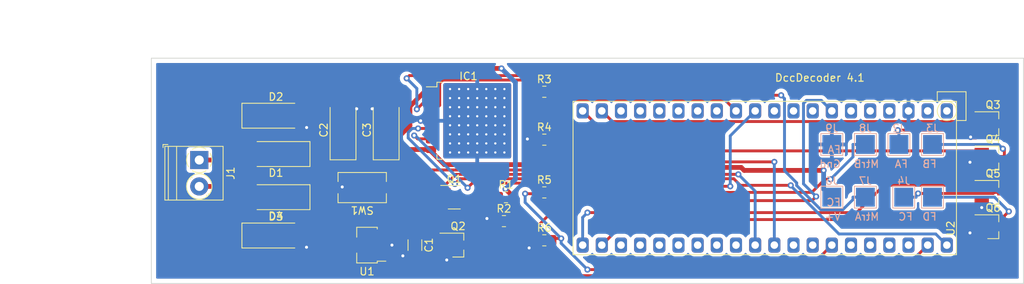
<source format=kicad_pcb>
(kicad_pcb (version 20221018) (generator pcbnew)
  (layers (0 "F.Cu" signal) (31 "B.Cu" signal) (34 "B.Paste" user) (35 "F.Paste" user) (36 "B.SilkS" user "B.Silkscreen") (37 "F.SilkS" user "F.Silkscreen") (38 "B.Mask" user) (39 "F.Mask" user) (44 "Edge.Cuts" user))
  (net 0 "")
  (net 1 "/+3V3")
  (net 2 "GND")
  (net 3 "+V")
  (net 4 "/DCC1")
  (net 5 "/DCC2")
  (net 6 "Net-(J3-Pin_1)")
  (net 7 "Net-(J4-Pin_1)")
  (net 8 "Net-(J5-Pin_1)")
  (net 9 "/MOTOR_OUT_A")
  (net 10 "/MOTOR_OUT_B")
  (net 11 "Net-(U2-VBUS)")
  (net 12 "/VSYS")
  (net 13 "Net-(Q2-G)")
  (net 14 "PWM_F")
  (net 15 "PWM_R")
  (net 16 "DCC_IN")
  (net 17 "FUNC_A")
  (net 18 "FUNC_B")
  (net 19 "/ADC_EMF_A")
  (net 20 "FUNC_C")
  (net 21 "Net-(U2-RUN)")
  (net 27 "FUNC_D")
  (net 31 "ADC_EMF_B")
  (net 51 "Net-(J2-Pin_1)")
  (footprint "Capacitor_SMD:C_1206_3216Metric_Pad1.33x1.80mm_HandSolder" (layer "F.Cu") (at 123.825 113.665 -90)
    (fp_text reference "C1" (at 0 -1.85 90) (layer "F.SilkS"))
    (fp_text value "10uf/16V")
    (pad "1" smd roundrect (at -1.5625 0 270) (size 1.325 1.8) (layers "F.Cu" "F.Paste" "F.Mask") (roundrect_rratio 0.1886792453) (net 1 "/+3V3"))
    (pad "2" smd roundrect (at 1.5625 0 270) (size 1.325 1.8) (layers "F.Cu" "F.Paste" "F.Mask") (roundrect_rratio 0.1886792453) (net 2 "GND"))
  )
  (footprint "Package_TO_SOT_SMD:SOT-23_Handsoldering" (layer "F.Cu") (at 200.43 106.68)
    (fp_text reference "Q5" (at 0 -2.5) (layer "F.SilkS"))
    (fp_text value "2N7002BK")
    (pad "1" smd rect (at -1.5 -0.95) (size 1.9 0.8) (layers "F.Cu" "F.Paste" "F.Mask") (net 20 "FUNC_C"))
    (pad "2" smd rect (at -1.5 0.95) (size 1.9 0.8) (layers "F.Cu" "F.Paste" "F.Mask") (net 2 "GND"))
    (pad "3" smd rect (at 1.5 0) (size 1.9 0.8) (layers "F.Cu" "F.Paste" "F.Mask") (net 7 "Net-(J4-Pin_1)"))
  )
  (footprint "Capacitor_Tantalum_SMD:CP_EIA-6032-20_AVX-F_Pad2.25x2.35mm_HandSolder" (layer "F.Cu") (at 114.3 98.425 90)
    (fp_text reference "C2" (at 0 -2.55 90) (layer "F.SilkS"))
    (fp_text value "10uF/25V")
    (pad "1" smd roundrect (at -2.55 0 90) (size 2.25 2.35) (layers "F.Cu" "F.Paste" "F.Mask") (roundrect_rratio 0.1111111111) (net 3 "+V"))
    (pad "2" smd roundrect (at 2.55 0 90) (size 2.25 2.35) (layers "F.Cu" "F.Paste" "F.Mask") (roundrect_rratio 0.1111111111) (net 2 "GND"))
  )
  (footprint "Resistor_SMD:R_0805_2012Metric_Pad1.20x1.40mm_HandSolder" (layer "F.Cu") (at 140.97 93.345)
    (fp_text reference "R3" (at 0 -1.65) (layer "F.SilkS"))
    (fp_text value "6k8")
    (pad "1" smd roundrect (at -1 0) (size 1.2 1.4) (layers "F.Cu" "F.Paste" "F.Mask") (roundrect_rratio 0.2083333333) (net 19 "/ADC_EMF_A"))
    (pad "2" smd roundrect (at 1 0) (size 1.2 1.4) (layers "F.Cu" "F.Paste" "F.Mask") (roundrect_rratio 0.2083333333) (net 9 "/MOTOR_OUT_A"))
  )
  (footprint "Package_TO_SOT_SMD:SOT-23-3" (layer "F.Cu") (at 129.0375 107.315)
    (fp_text reference "Q1" (at 0 -2.4) (layer "F.SilkS"))
    (fp_text value "DMG2305UX-7")
    (pad "1" smd roundrect (at -1.1375 -0.95) (size 1.325 0.6) (layers "F.Cu" "F.Paste" "F.Mask") (net 11 "Net-(U2-VBUS)"))
    (pad "2" smd roundrect (at -1.1375 0.95) (size 1.325 0.6) (layers "F.Cu" "F.Paste" "F.Mask") (net 12 "/VSYS"))
    (pad "3" smd roundrect (at 1.1375 0) (size 1.325 0.6) (layers "F.Cu" "F.Paste" "F.Mask") (net 1 "/+3V3"))
  )
  (footprint "Diode_SMD:D_SMA_Handsoldering" (layer "F.Cu") (at 105.41 96.52)
    (fp_text reference "D2" (at 0 -2.5) (layer "F.SilkS"))
    (fp_text value "RBR3L60AD")
    (pad "1" smd roundrect (at -2.5 0) (size 3.5 1.8) (layers "F.Cu" "F.Paste" "F.Mask") (roundrect_rratio 0.1388888889) (net 4 "/DCC1"))
    (pad "2" smd roundrect (at 2.5 0) (size 3.5 1.8) (layers "F.Cu" "F.Paste" "F.Mask") (roundrect_rratio 0.1388888889) (net 2 "GND"))
  )
  (footprint "Resistor_SMD:R_0805_2012Metric_Pad1.20x1.40mm_HandSolder" (layer "F.Cu") (at 140.97 106.68)
    (fp_text reference "R5" (at 0 -1.65) (layer "F.SilkS"))
    (fp_text value "6k8")
    (pad "1" smd roundrect (at -1 0) (size 1.2 1.4) (layers "F.Cu" "F.Paste" "F.Mask") (roundrect_rratio 0.2083333333) (net 31 "ADC_EMF_B"))
    (pad "2" smd roundrect (at 1 0) (size 1.2 1.4) (layers "F.Cu" "F.Paste" "F.Mask") (roundrect_rratio 0.2083333333) (net 10 "/MOTOR_OUT_B"))
  )
  (footprint "Diode_SMD:D_SMA_Handsoldering" (layer "F.Cu") (at 105.41 101.6 180)
    (fp_text reference "D1" (at 0 -2.5) (layer "F.SilkS"))
    (fp_text value "RBR3L60AD")
    (pad "1" smd roundrect (at -2.5 0 180) (size 3.5 1.8) (layers "F.Cu" "F.Paste" "F.Mask") (roundrect_rratio 0.1388888889) (net 3 "+V"))
    (pad "2" smd roundrect (at 2.5 0 180) (size 3.5 1.8) (layers "F.Cu" "F.Paste" "F.Mask") (roundrect_rratio 0.1388888889) (net 4 "/DCC1"))
  )
  (footprint "Package_TO_SOT_SMD:SOT-89-3" (layer "F.Cu") (at 117.475 113.665 180)
    (fp_text reference "U1" (at 0 -3.5) (layer "F.SilkS"))
    (fp_text value "AP7384-50Y")
    (pad "1" smd rect (at -1.95 -1.5 180) (size 1.3 0.9) (layers "F.Cu" "F.Paste" "F.Mask") (net 1 "/+3V3"))
    (pad "2" smd custom (at -1.8625 0 180) (size 1.475 0.9) (layers "F.Cu" "F.Paste" "F.Mask") (net 2 "GND") (options (clearance outline) (anchor rect)) (primitives (gr_poly (pts (xy 3.8625 0.8665) (xy 0.7375 0.8665) (xy 0.7375 -0.8665) (xy 3.8625 -0.8665)) (width 0) (fill yes))))
    (pad "3" smd rect (at -1.95 1.5 180) (size 1.3 0.9) (layers "F.Cu" "F.Paste" "F.Mask") (net 3 "+V"))
  )
  (footprint "Capacitor_Tantalum_SMD:CP_EIA-6032-20_AVX-F_Pad2.25x2.35mm_HandSolder" (layer "F.Cu") (at 120.015 98.425 90)
    (fp_text reference "C3" (at 0 -2.55 90) (layer "F.SilkS"))
    (fp_text value "10uF/25v")
    (pad "1" smd roundrect (at -2.55 0 90) (size 2.25 2.35) (layers "F.Cu" "F.Paste" "F.Mask") (roundrect_rratio 0.1111111111) (net 3 "+V"))
    (pad "2" smd roundrect (at 2.55 0 90) (size 2.25 2.35) (layers "F.Cu" "F.Paste" "F.Mask") (roundrect_rratio 0.1111111111) (net 2 "GND"))
  )
  (footprint "Diode_SMD:D_SMA_Handsoldering" (layer "F.Cu") (at 105.41 112.395)
    (fp_text reference "D3" (at 0 -2.5) (layer "F.SilkS"))
    (fp_text value "RBR3L60AD")
    (pad "1" smd roundrect (at -2.5 0) (size 3.5 1.8) (layers "F.Cu" "F.Paste" "F.Mask") (roundrect_rratio 0.1388888889) (net 5 "/DCC2"))
    (pad "2" smd roundrect (at 2.5 0) (size 3.5 1.8) (layers "F.Cu" "F.Paste" "F.Mask") (roundrect_rratio 0.1388888889) (net 2 "GND"))
  )
  (footprint "Resistor_SMD:R_0805_2012Metric_Pad1.20x1.40mm_HandSolder" (layer "F.Cu") (at 140.97 99.695)
    (fp_text reference "R4" (at 0 -1.65) (layer "F.SilkS"))
    (fp_text value "1k")
    (pad "1" smd roundrect (at -1 0) (size 1.2 1.4) (layers "F.Cu" "F.Paste" "F.Mask") (roundrect_rratio 0.2083333333) (net 2 "GND"))
    (pad "2" smd roundrect (at 1 0) (size 1.2 1.4) (layers "F.Cu" "F.Paste" "F.Mask") (roundrect_rratio 0.2083333333) (net 19 "/ADC_EMF_A"))
  )
  (footprint "TerminalBlock_Phoenix:TerminalBlock_Phoenix_PT-1,5-2-3.5-H_1x02_P3.50mm_Horizontal" (layer "F.Cu") (at 95.25 102.39 -90)
    (fp_text reference "J1" (at 1.75 -4.16 90) (layer "F.SilkS"))
    (fp_text value "Screw_Terminal_01x02" hide)
    (pad "1" thru_hole rect (at 0 0 270) (size 2.4 2.4) (drill 1.2) (layers "*.Cu" "*.Mask") (net 4 "/DCC1"))
    (pad "2" thru_hole circle (at 3.5 0 270) (size 2.4 2.4) (drill 1.2) (layers "*.Cu" "*.Mask") (net 5 "/DCC2"))
  )
  (footprint "PicoNoSwd:RaspberryPico_TH_NoSWD" (layer "F.Cu") (at 194.31 95.885 -90)
    (fp_text reference "U2" (at 15.5575 -0.508 -270) (layer "F.SilkS"))
    (fp_text value "Pico_RaspberryPico")
    (pad "1" thru_hole roundrect (at 0 0 270) (size 2 1.6) (drill 1) (layers "*.Cu" "*.Mask"))
    (pad "2" thru_hole roundrect (at 0 2.54 270) (size 2 1.6) (drill 1) (layers "*.Cu" "*.Mask"))
    (pad "3" thru_hole roundrect (at 0 5.08 270) (size 2 1.6) (drill 1) (layers "*.Cu" "*.Mask") (net 2 "GND"))
    (pad "4" thru_hole roundrect (at 0 7.62 270) (size 2 1.6) (drill 1) (layers "*.Cu" "*.Mask"))
    (pad "5" thru_hole roundrect (at 0 10.16 270) (size 2 1.6) (drill 1) (layers "*.Cu" "*.Mask"))
    (pad "6" thru_hole roundrect (at 0 12.7 270) (size 2 1.6) (drill 1) (layers "*.Cu" "*.Mask"))
    (pad "7" thru_hole roundrect (at 0 15.24 270) (size 2 1.6) (drill 1) (layers "*.Cu" "*.Mask") (net 16 "DCC_IN"))
    (pad "8" thru_hole roundrect (at 0 17.78 270) (size 2 1.6) (drill 1) (layers "*.Cu" "*.Mask"))
    (pad "9" thru_hole roundrect (at 0 20.32 270) (size 2 1.6) (drill 1) (layers "*.Cu" "*.Mask"))
    (pad "10" thru_hole roundrect (at 0 22.86 270) (size 2 1.6) (drill 1) (layers "*.Cu" "*.Mask"))
    (pad "11" thru_hole roundrect (at 0 25.4 270) (size 2 1.6) (drill 1) (layers "*.Cu" "*.Mask") (net 15 "PWM_R"))
    (pad "12" thru_hole roundrect (at 0 27.94 270) (size 2 1.6) (drill 1) (layers "*.Cu" "*.Mask") (net 14 "PWM_F"))
    (pad "13" thru_hole roundrect (at 0 30.48 270) (size 2 1.6) (drill 1) (layers "*.Cu" "*.Mask"))
    (pad "14" thru_hole roundrect (at 0 33.02 270) (size 2 1.6) (drill 1) (layers "*.Cu" "*.Mask"))
    (pad "15" thru_hole roundrect (at 0 35.56 270) (size 2 1.6) (drill 1) (layers "*.Cu" "*.Mask"))
    (pad "16" thru_hole roundrect (at 0 38.1 270) (size 2 1.6) (drill 1) (layers "*.Cu" "*.Mask"))
    (pad "17" thru_hole roundrect (at 0 40.64 270) (size 2 1.6) (drill 1) (layers "*.Cu" "*.Mask"))
    (pad "18" thru_hole roundrect (at 0 43.18 270) (size 2 1.6) (drill 1) (layers "*.Cu" "*.Mask"))
    (pad "19" thru_hole roundrect (at 0 45.72 270) (size 2 1.6) (drill 1) (layers "*.Cu" "*.Mask") (net 17 "FUNC_A"))
    (pad "20" thru_hole roundrect (at 0 48.26 270) (size 2 1.6) (drill 1) (layers "*.Cu" "*.Mask") (net 18 "FUNC_B"))
    (pad "21" thru_hole roundrect (at 17.78 48.26 270) (size 2 1.6) (drill 1) (layers "*.Cu" "*.Mask") (net 20 "FUNC_C"))
    (pad "22" thru_hole roundrect (at 17.78 45.72 270) (size 2 1.6) (drill 1) (layers "*.Cu" "*.Mask") (net 27 "FUNC_D"))
    (pad "23" thru_hole roundrect (at 17.78 43.18 270) (size 2 1.6) (drill 1) (layers "*.Cu" "*.Mask"))
    (pad "24" thru_hole roundrect (at 17.78 40.64 270) (size 2 1.6) (drill 1) (layers "*.Cu" "*.Mask"))
    (pad "25" thru_hole roundrect (at 17.78 38.1 270) (size 2 1.6) (drill 1) (layers "*.Cu" "*.Mask"))
    (pad "26" thru_hole roundrect (at 17.78 35.56 270) (size 2 1.6) (drill 1) (layers "*.Cu" "*.Mask"))
    (pad "27" thru_hole roundrect (at 17.78 33.02 270) (size 2 1.6) (drill 1) (layers "*.Cu" "*.Mask"))
    (pad "28" thru_hole roundrect (at 17.78 30.48 270) (size 2 1.6) (drill 1) (layers "*.Cu" "*.Mask"))
    (pad "29" thru_hole roundrect (at 17.78 27.94 270) (size 2 1.6) (drill 1) (layers "*.Cu" "*.Mask"))
    (pad "30" thru_hole roundrect (at 17.78 25.4 270) (size 2 1.6) (drill 1) (layers "*.Cu" "*.Mask") (net 21 "Net-(U2-RUN)"))
    (pad "31" thru_hole roundrect (at 17.78 22.86 270) (size 2 1.6) (drill 1) (layers "*.Cu" "*.Mask") (net 19 "/ADC_EMF_A"))
    (pad "32" thru_hole roundrect (at 17.78 20.32 270) (size 2 1.6) (drill 1) (layers "*.Cu" "*.Mask"))
    (pad "33" thru_hole roundrect (at 17.78 17.78 270) (size 2 1.6) (drill 1) (layers "*.Cu" "*.Mask"))
    (pad "34" thru_hole roundrect (at 17.78 15.24 270) (size 2 1.6) (drill 1) (layers "*.Cu" "*.Mask") (net 31 "ADC_EMF_B"))
    (pad "35" thru_hole roundrect (at 17.78 12.7 270) (size 2 1.6) (drill 1) (layers "*.Cu" "*.Mask"))
    (pad "36" thru_hole roundrect (at 17.78 10.16 270) (size 2 1.6) (drill 1) (layers "*.Cu" "*.Mask"))
    (pad "37" thru_hole roundrect (at 17.78 7.62 270) (size 2 1.6) (drill 1) (layers "*.Cu" "*.Mask"))
    (pad "38" thru_hole roundrect (at 17.78 5.08 270) (size 2 1.6) (drill 1) (layers "*.Cu" "*.Mask"))
    (pad "39" thru_hole roundrect (at 17.78 2.54 270) (size 2 1.6) (drill 1) (layers "*.Cu" "*.Mask") (net 12 "/VSYS"))
    (pad "40" thru_hole roundrect (at 17.78 0 270) (size 2 1.6) (drill 1) (layers "*.Cu" "*.Mask") (net 11 "Net-(U2-VBUS)"))
  )
  (footprint "Resistor_SMD:R_0805_2012Metric_Pad1.20x1.40mm_HandSolder" (layer "F.Cu") (at 135.62 110.49)
    (fp_text reference "R2" (at 0 -1.65) (layer "F.SilkS"))
    (fp_text value "6k8")
    (pad "1" smd roundrect (at -1 0) (size 1.2 1.4) (layers "F.Cu" "F.Paste" "F.Mask") (roundrect_rratio 0.2083333333) (net 2 "GND"))
    (pad "2" smd roundrect (at 1 0) (size 1.2 1.4) (layers "F.Cu" "F.Paste" "F.Mask") (roundrect_rratio 0.2083333333) (net 13 "Net-(Q2-G)"))
  )
  (footprint "Package_TO_SOT_SMD:Rohm_HRP7" (layer "F.Cu") (at 130.94 97.19)
    (fp_text reference "IC1" (at -0.015 -5.9) (layer "F.SilkS"))
    (fp_text value "BD62321HFP-TR")
    (pad "1" smd roundrect (at -4.985 -3.81) (size 1.37 0.93) (layers "F.Cu" "F.Paste" "F.Mask") (net 3 "+V"))
    (pad "2" smd roundrect (at -4.985 -2.54) (size 1.37 0.93) (layers "F.Cu" "F.Paste" "F.Mask") (net 9 "/MOTOR_OUT_A"))
    (pad "3" smd roundrect (at -4.985 -1.27) (size 1.37 0.93) (layers "F.Cu" "F.Paste" "F.Mask") (net 14 "PWM_F"))
    (pad "4" smd roundrect (at -4.985 0) (size 1.37 0.93) (layers "F.Cu" "F.Paste" "F.Mask") (net 2 "GND"))
    (pad "4" thru_hole circle (at -2.46 -4.2) (size 0.6 0.6) (drill 0.3) (layers "*.Cu") (net 2 "GND"))
    (pad "4" thru_hole circle (at -2.46 -3) (size 0.6 0.6) (drill 0.3) (layers "*.Cu") (net 2 "GND"))
    (pad "4" thru_hole circle (at -2.46 -1.8) (size 0.6 0.6) (drill 0.3) (layers "*.Cu") (net 2 "GND"))
    (pad "4" thru_hole circle (at -2.46 -0.6) (size 0.6 0.6) (drill 0.3) (layers "*.Cu") (net 2 "GND"))
    (pad "4" thru_hole circle (at -2.46 0.6) (size 0.6 0.6) (drill 0.3) (layers "*.Cu") (net 2 "GND"))
    (pad "4" thru_hole circle (at -2.46 1.8) (size 0.6 0.6) (drill 0.3) (layers "*.Cu") (net 2 "GND"))
    (pad "4" thru_hole circle (at -2.46 3) (size 0.6 0.6) (drill 0.3) (layers "*.Cu") (net 2 "GND"))
    (pad "4" thru_hole circle (at -2.46 4.2) (size 0.6 0.6) (drill 0.3) (layers "*.Cu") (net 2 "GND"))
    (pad "4" thru_hole circle (at -1.26 -4.2) (size 0.6 0.6) (drill 0.3) (layers "*.Cu") (net 2 "GND"))
    (pad "4" thru_hole circle (at -1.26 -3) (size 0.6 0.6) (drill 0.3) (layers "*.Cu") (net 2 "GND"))
    (pad "4" thru_hole circle (at -1.26 -1.8) (size 0.6 0.6) (drill 0.3) (layers "*.Cu") (net 2 "GND"))
    (pad "4" thru_hole circle (at -1.26 -0.6) (size 0.6 0.6) (drill 0.3) (layers "*.Cu") (net 2 "GND"))
    (pad "4" thru_hole circle (at -1.26 0.6) (size 0.6 0.6) (drill 0.3) (layers "*.Cu") (net 2 "GND"))
    (pad "4" thru_hole circle (at -1.26 1.8) (size 0.6 0.6) (drill 0.3) (layers "*.Cu") (net 2 "GND"))
    (pad "4" thru_hole circle (at -1.26 3) (size 0.6 0.6) (drill 0.3) (layers "*.Cu") (net 2 "GND"))
    (pad "4" thru_hole circle (at -1.26 4.2) (size 0.6 0.6) (drill 0.3) (layers "*.Cu") (net 2 "GND"))
    (pad "4" thru_hole circle (at -0.06 -4.2) (size 0.6 0.6) (drill 0.3) (layers "*.Cu") (net 2 "GND"))
    (pad "4" thru_hole circle (at -0.06 -3) (size 0.6 0.6) (drill 0.3) (layers "*.Cu") (net 2 "GND"))
    (pad "4" thru_hole circle (at -0.06 -1.8) (size 0.6 0.6) (drill 0.3) (layers "*.Cu") (net 2 "GND"))
    (pad "4" thru_hole circle (at -0.06 -0.6) (size 0.6 0.6) (drill 0.3) (layers "*.Cu") (net 2 "GND"))
    (pad "4" thru_hole circle (at -0.06 0.6) (size 0.6 0.6) (drill 0.3) (layers "*.Cu") (net 2 "GND"))
    (pad "4" thru_hole circle (at -0.06 1.8) (size 0.6 0.6) (drill 0.3) (layers "*.Cu") (net 2 "GND"))
    (pad "4" thru_hole circle (at -0.06 3) (size 0.6 0.6) (drill 0.3) (layers "*.Cu") (net 2 "GND"))
    (pad "4" thru_hole circle (at -0.06 4.2) (size 0.6 0.6) (drill 0.3) (layers "*.Cu") (net 2 "GND"))
    (pad "4" thru_hole circle (at 1.14 -4.2) (size 0.6 0.6) (drill 0.3) (layers "*.Cu") (net 2 "GND"))
    (pad "4" thru_hole circle (at 1.14 -3) (size 0.6 0.6) (drill 0.3) (layers "*.Cu") (net 2 "GND"))
    (pad "4" thru_hole circle (at 1.14 -1.8) (size 0.6 0.6) (drill 0.3) (layers "*.Cu") (net 2 "GND"))
    (pad "4" thru_hole circle (at 1.14 -0.6) (size 0.6 0.6) (drill 0.3) (layers "*.Cu") (net 2 "GND"))
    (pad "4" smd roundrect (at 1.14 0) (size 9 10) (layers "F.Cu" "F.Mask") (roundrect_rratio 0.02777777778) (net 2 "GND"))
    (pad "4" smd roundrect (at 1.14 0) (size 9 10) (layers "B.Cu") (roundrect_rratio 0.02777777778) (net 2 "GND"))
    (pad "4" thru_hole circle (at 1.14 0.6) (size 0.6 0.6) (drill 0.3) (layers "*.Cu") (net 2 "GND"))
    (pad "4" thru_hole circle (at 1.14 1.8) (size 0.6 0.6) (drill 0.3) (layers "*.Cu") (net 2 "GND"))
    (pad "4" thru_hole circle (at 1.14 3) (size 0.6 0.6) (drill 0.3) (layers "*.Cu") (net 2 "GND"))
    (pad "4" thru_hole circle (at 1.14 4.2) (size 0.6 0.6) (drill 0.3) (layers "*.Cu") (net 2 "GND"))
    (pad "4" thru_hole circle (at 2.34 -4.2) (size 0.6 0.6) (drill 0.3) (layers "*.Cu") (net 2 "GND"))
    (pad "4" thru_hole circle (at 2.34 -3) (size 0.6 0.6) (drill 0.3) (layers "*.Cu") (net 2 "GND"))
    (pad "4" thru_hole circle (at 2.34 -1.8) (size 0.6 0.6) (drill 0.3) (layers "*.Cu") (net 2 "GND"))
    (pad "4" thru_hole circle (at 2.34 -0.6) (size 0.6 0.6) (drill 0.3) (layers "*.Cu") (net 2 "GND"))
    (pad "4" thru_hole circle (at 2.34 0.6) (size 0.6 0.6) (drill 0.3) (layers "*.Cu") (net 2 "GND"))
    (pad "4" thru_hole circle (at 2.34 1.8) (size 0.6 0.6) (drill 0.3) (layers "*.Cu") (net 2 "GND"))
    (pad "4" thru_hole circle (at 2.34 3) (size 0.6 0.6) (drill 0.3) (layers "*.Cu") (net 2 "GND"))
    (pad "4" thru_hole circle (at 2.34 4.2) (size 0.6 0.6) (drill 0.3) (layers "*.Cu") (net 2 "GND"))
    (pad "4" thru_hole circle (at 3.54 -4.2) (size 0.6 0.6) (drill 0.3) (layers "*.Cu") (net 2 "GND"))
    (pad "4" thru_hole circle (at 3.54 -3) (size 0.6 0.6) (drill 0.3) (layers "*.Cu") (net 2 "GND"))
    (pad "4" thru_hole circle (at 3.54 -1.8) (size 0.6 0.6) (drill 0.3) (layers "*.Cu") (net 2 "GND"))
    (pad "4" thru_hole circle (at 3.54 -0.6) (size 0.6 0.6) (drill 0.3) (layers "*.Cu") (net 2 "GND"))
    (pad "4" thru_hole circle (at 3.54 0.6) (size 0.6 0.6) (drill 0.3) (layers "*.Cu") (net 2 "GND"))
    (pad "4" thru_hole circle (at 3.54 1.8) (size 0.6 0.6) (drill 0.3) (layers "*.Cu") (net 2 "GND"))
    (pad "4" thru_hole circle (at 3.54 3) (size 0.6 0.6) (drill 0.3) (layers "*.Cu") (net 2 "GND"))
    (pad "4" thru_hole circle (at 3.54 4.2) (size 0.6 0.6) (drill 0.3) (layers "*.Cu") (net 2 "GND"))
    (pad "4" thru_hole circle (at 4.74 -4.2) (size 0.6 0.6) (drill 0.3) (layers "*.Cu") (net 2 "GND"))
    (pad "4" thru_hole circle (at 4.74 -3) (size 0.6 0.6) (drill 0.3) (layers "*.Cu") (net 2 "GND"))
    (pad "4" thru_hole circle (at 4.74 -1.8) (size 0.6 0.6) (drill 0.3) (layers "*.Cu") (net 2 "GND"))
    (pad "4" thru_hole circle (at 4.74 -0.6) (size 0.6 0.6) (drill 0.3) (layers "*.Cu") (net 2 "GND"))
    (pad "4" thru_hole circle (at 4.74 0.6) (size 0.6 0.6) (drill 0.3) (layers "*.Cu") (net 2 "GND"))
    (pad "4" thru_hole circle (at 4.74 1.8) (size 0.6 0.6) (drill 0.3) (layers "*.Cu") (net 2 "GND"))
    (pad "4" thru_hole circle (at 4.74 3) (size 0.6 0.6) (drill 0.3) (layers "*.Cu") (net 2 "GND"))
    (pad "4" thru_hole circle (at 4.74 4.2) (size 0.6 0.6) (drill 0.3) (layers "*.Cu") (net 2 "GND"))
    (pad "5" smd roundrect (at -4.985 1.27) (size 1.37 0.93) (layers "F.Cu" "F.Paste" "F.Mask") (net 15 "PWM_R"))
    (pad "6" smd roundrect (at -4.985 2.54) (size 1.37 0.93) (layers "F.Cu" "F.Paste" "F.Mask") (net 10 "/MOTOR_OUT_B"))
    (pad "7" smd roundrect (at -4.985 3.81) (size 1.37 0.93) (layers "F.Cu" "F.Paste" "F.Mask") (net 3 "+V"))
  )
  (footprint "Package_TO_SOT_SMD:SOT-23_Handsoldering" (layer "F.Cu") (at 200.43 97.58)
    (fp_text reference "Q3" (at 0 -2.5) (layer "F.SilkS"))
    (fp_text value "2N7002BK")
    (pad "1" smd rect (at -1.5 -0.95) (size 1.9 0.8) (layers "F.Cu" "F.Paste" "F.Mask") (net 17 "FUNC_A"))
    (pad "2" smd rect (at -1.5 0.95) (size 1.9 0.8) (layers "F.Cu" "F.Paste" "F.Mask") (net 2 "GND"))
    (pad "3" smd rect (at 1.5 0) (size 1.9 0.8) (layers "F.Cu" "F.Paste" "F.Mask") (net 51 "Net-(J2-Pin_1)"))
  )
  (footprint "Resistor_SMD:R_0805_2012Metric_Pad1.20x1.40mm_HandSolder" (layer "F.Cu") (at 135.89 107.315)
    (fp_text reference "R1" (at 0 -1.65) (layer "F.SilkS"))
    (fp_text value "6k8")
    (pad "1" smd roundrect (at -1 0) (size 1.2 1.4) (layers "F.Cu" "F.Paste" "F.Mask") (roundrect_rratio 0.2083333333) (net 13 "Net-(Q2-G)"))
    (pad "2" smd roundrect (at 1 0) (size 1.2 1.4) (layers "F.Cu" "F.Paste" "F.Mask") (roundrect_rratio 0.2083333333) (net 4 "/DCC1"))
  )
  (footprint "Diode_SMD:D_SMA_Handsoldering" (layer "F.Cu") (at 105.41 107.315 180)
    (fp_text reference "D4" (at 0 -2.5) (layer "F.SilkS"))
    (fp_text value "RBR3L60AD")
    (pad "1" smd roundrect (at -2.5 0 180) (size 3.5 1.8) (layers "F.Cu" "F.Paste" "F.Mask") (roundrect_rratio 0.1388888889) (net 3 "+V"))
    (pad "2" smd roundrect (at 2.5 0 180) (size 3.5 1.8) (layers "F.Cu" "F.Paste" "F.Mask") (roundrect_rratio 0.1388888889) (net 5 "/DCC2"))
  )
  (footprint "Package_TO_SOT_SMD:SOT-23_Handsoldering" (layer "F.Cu") (at 200.43 111.23)
    (fp_text reference "Q6" (at 0 -2.5) (layer "F.SilkS"))
    (fp_text value "2N7002BK")
    (pad "1" smd rect (at -1.5 -0.95) (size 1.9 0.8) (layers "F.Cu" "F.Paste" "F.Mask") (net 27 "FUNC_D"))
    (pad "2" smd rect (at -1.5 0.95) (size 1.9 0.8) (layers "F.Cu" "F.Paste" "F.Mask") (net 2 "GND"))
    (pad "3" smd rect (at 1.5 0) (size 1.9 0.8) (layers "F.Cu" "F.Paste" "F.Mask") (net 8 "Net-(J5-Pin_1)"))
  )
  (footprint "Resistor_SMD:R_0805_2012Metric_Pad1.20x1.40mm_HandSolder" (layer "F.Cu") (at 140.97 113.03)
    (fp_text reference "R6" (at 0 -1.65) (layer "F.SilkS"))
    (fp_text value "1k")
    (pad "1" smd roundrect (at -1 0) (size 1.2 1.4) (layers "F.Cu" "F.Paste" "F.Mask") (roundrect_rratio 0.2083333333) (net 2 "GND"))
    (pad "2" smd roundrect (at 1 0) (size 1.2 1.4) (layers "F.Cu" "F.Paste" "F.Mask") (roundrect_rratio 0.2083333333) (net 31 "ADC_EMF_B"))
  )
  (footprint "Button_Switch_SMD:SW_Tactile_SPST_NO_Straight_CK_PTS636Sx25SMTRLFS" (layer "F.Cu") (at 116.84 106.045 180)
    (fp_text reference "SW1" (at 0 -3 180 unlocked) (layer "F.SilkS"))
    (fp_text value "SW_Push")
    (pad "1" smd rect (at -3.875 0 180) (size 1.25 1) (layers "F.Cu" "F.Paste" "F.Mask") (net 21 "Net-(U2-RUN)"))
    (pad "2" smd rect (at 3.875 0 180) (size 1.25 1) (layers "F.Cu" "F.Paste" "F.Mask") (net 2 "GND"))
  )
  (footprint "Package_TO_SOT_SMD:SOT-23_Handsoldering" (layer "F.Cu") (at 200.43 102.13)
    (fp_text reference "Q4" (at 0 -2.5) (layer "F.SilkS"))
    (fp_text value "2N7002BK")
    (pad "1" smd rect (at -1.5 -0.95) (size 1.9 0.8) (layers "F.Cu" "F.Paste" "F.Mask") (net 18 "FUNC_B"))
    (pad "2" smd rect (at -1.5 0.95) (size 1.9 0.8) (layers "F.Cu" "F.Paste" "F.Mask") (net 2 "GND"))
    (pad "3" smd rect (at 1.5 0) (size 1.9 0.8) (layers "F.Cu" "F.Paste" "F.Mask") (net 6 "Net-(J3-Pin_1)"))
  )
  (footprint "Package_TO_SOT_SMD:SOT-23_Handsoldering" (layer "F.Cu") (at 129.54 113.665)
    (fp_text reference "Q2" (at 0 -2.5) (layer "F.SilkS"))
    (fp_text value "2N7002BK")
    (pad "1" smd rect (at -1.5 -0.95) (size 1.9 0.8) (layers "F.Cu" "F.Paste" "F.Mask") (net 13 "Net-(Q2-G)"))
    (pad "2" smd rect (at -1.5 0.95) (size 1.9 0.8) (layers "F.Cu" "F.Paste" "F.Mask") (net 2 "GND"))
    (pad "3" smd rect (at 1.5 0) (size 1.9 0.8) (layers "F.Cu" "F.Paste" "F.Mask") (net 16 "DCC_IN"))
  )
  (footprint "TestPoint:TestPoint_Pad_2.5x2.5mm" (layer "B.Cu") (at 192.405 100.33 180)
    (fp_text reference "J3" (at 0 2.148) (layer "B.SilkS") (effects (justify mirror)))
    (fp_text value "1")
    (pad "1" smd rect (at 0 0 180) (size 2.5 2.5) (layers "B.Cu" "B.Mask") (net 6 "Net-(J3-Pin_1)"))
  )
  (footprint "TestPoint:TestPoint_Pad_2.5x2.5mm" (layer "B.Cu") (at 179.07 100.33 180)
    (fp_text reference "J9" (at 0 2.148) (layer "B.SilkS") (effects (justify mirror)))
    (fp_text value "GND" hide)
    (pad "1" smd rect (at 0 0 180) (size 2.5 2.5) (layers "B.Cu" "B.Mask") (net 2 "GND"))
  )
  (footprint "TestPoint:TestPoint_Pad_2.5x2.5mm" (layer "B.Cu") (at 188.595 107.315 180)
    (fp_text reference "J4" (at 0 2.148) (layer "B.SilkS") (effects (justify mirror)))
    (fp_text value "2")
    (pad "1" smd rect (at 0 0 180) (size 2.5 2.5) (layers "B.Cu" "B.Mask") (net 7 "Net-(J4-Pin_1)"))
  )
  (footprint "TestPoint:TestPoint_Pad_2.5x2.5mm" (layer "B.Cu") (at 192.405 107.315 180)
    (fp_text reference "J5" hide)
    (fp_text value "3")
    (pad "1" smd rect (at 0 0 180) (size 2.5 2.5) (layers "B.Cu" "B.Mask") (net 8 "Net-(J5-Pin_1)"))
  )
  (footprint "TestPoint:TestPoint_Pad_2.5x2.5mm" (layer "B.Cu") (at 179.07 107.315 180)
    (fp_text reference "J6" (at 0 2.148) (layer "B.SilkS") (effects (justify mirror)))
    (fp_text value "+V" hide)
    (pad "1" smd rect (at 0 0 180) (size 2.5 2.5) (layers "B.Cu" "B.Mask") (net 3 "+V"))
  )
  (footprint "TestPoint:TestPoint_Pad_2.5x2.5mm" (layer "B.Cu") (at 183.515 107.315 180)
    (fp_text reference "J7" (at 0 2.148) (layer "B.SilkS") (effects (justify mirror)))
    (fp_text value "M_OUT_B" hide)
    (pad "1" smd rect (at 0 0 180) (size 2.5 2.5) (layers "B.Cu" "B.Mask") (net 9 "/MOTOR_OUT_A"))
  )
  (footprint "TestPoint:TestPoint_Pad_2.5x2.5mm" (layer "B.Cu") (at 183.515 100.33 180)
    (fp_text reference "J8" (at 0 2.148) (layer "B.SilkS") (effects (justify mirror)))
    (fp_text value "M_OUT_A" hide)
    (pad "1" smd rect (at 0 0 180) (size 2.5 2.5) (layers "B.Cu" "B.Mask") (net 10 "/MOTOR_OUT_B"))
  )
  (footprint "TestPoint:TestPoint_Pad_2.5x2.5mm" (layer "B.Cu") (at 187.96 100.33 180)
    (fp_text reference "J2" (at 0 2.148) (layer "B.SilkS") (effects (justify mirror)))
    (fp_text value "0")
    (pad "1" smd rect (at 0 0 180) (size 2.5 2.5) (layers "B.Cu" "B.Mask") (net 51 "Net-(J2-Pin_1)"))
  )
  (gr_line (start 204.47 118.745) (end 88.9 118.745) (stroke (width 0.1)) (layer "Edge.Cuts"))
  (gr_line (start 204.47 88.9) (end 204.47 118.745) (stroke (width 0.1)) (layer "Edge.Cuts"))
  (gr_line (start 88.9 88.9) (end 204.47 88.9) (stroke (width 0.1)) (layer "Edge.Cuts"))
  (gr_line (start 88.9 118.745) (end 88.9 88.9) (stroke (width 0.1)) (layer "Edge.Cuts"))
  (gr_text "FB\n" (at 193.04 103.505) (layer "B.SilkS") (effects (font (size 1 1)) (justify left bottom mirror)))
  (gr_text "FD\n" (at 193.04 110.49) (layer "B.SilkS") (effects (font (size 1 1)) (justify left bottom mirror)))
  (gr_text "MtrA" (at 185.42 110.49) (layer "B.SilkS") (effects (font (size 1 1)) (justify left bottom mirror)))
  (gr_text "FC" (at 189.865 110.49) (layer "B.SilkS") (effects (font (size 1 1)) (justify left bottom mirror)))
  (gr_text "FC" (at 180.34 108.585) (layer "B.SilkS") (effects (font (size 1 1)) (justify left bottom mirror)))
  (gr_text "MtrB" (at 185.42 103.505) (layer "B.SilkS") (effects (font (size 1 1)) (justify left bottom mirror)))
  (gr_text "FA" (at 189.23 103.505) (layer "B.SilkS") (effects (font (size 1 1)) (justify left bottom mirror)))
  (gr_text "V+\n" (at 180.34 110.49) (layer "B.SilkS") (effects (font (size 1 1)) (justify left bottom mirror)))
  (gr_text "Gnd\n" (at 180.34 103.505) (layer "B.SilkS") (effects (font (size 1 1)) (justify left bottom mirror)))
  (gr_text "FA" (at 180.34 101.6) (layer "B.SilkS") (effects (font (size 1 1)) (justify left bottom mirror)))
  (gr_text "DccDecoder 4.1\n" (at 171.45 92.075) (layer "F.SilkS") (effects (font (size 1 1)) (justify left bottom)))
  (segment (start 130.175 107.315) (end 127.3994 107.315) (width 0.381) (layer "F.Cu") (net 1))
  (segment (start 127.3994 107.315) (end 123.825 110.8894) (width 0.381) (layer "F.Cu") (net 1))
  (segment (start 123.825 110.8894) (end 123.825 112.1025) (width 0.381) (layer "F.Cu") (net 1))
  (segment (start 119.425 115.165) (end 120.7625 115.165) (width 0.381) (layer "F.Cu") (net 1))
  (segment (start 120.7625 115.165) (end 123.825 112.1025) (width 0.381) (layer "F.Cu") (net 1))
  (segment (start 198.93 103.08) (end 197.4626 103.08) (width 0.635) (layer "F.Cu") (net 2))
  (segment (start 198.1155 99.3445) (end 198.93 98.53) (width 0.635) (layer "F.Cu") (net 2))
  (segment (start 133.3661 110.142) (end 134.272 110.142) (width 0.635) (layer "F.Cu") (net 2))
  (segment (start 120.7811 113.665) (end 119.3375 113.665) (width 0.635) (layer "F.Cu") (net 2))
  (segment (start 197.4578 99.3445) (end 198.1155 99.3445) (width 0.635) (layer "F.Cu") (net 2))
  (segment (start 198.93 112.18) (end 197.4626 112.18) (width 0.635) (layer "F.Cu") (net 2))
  (segment (start 139.8788 99.6038) (end 139.97 99.695) (width 0.635) (layer "F.Cu") (net 2))
  (segment (start 197.373 102.6859) (end 197.4626 102.7755) (width 0.635) (layer "F.Cu") (net 2))
  (segment (start 119.7434 95.6034) (end 120.015 95.875) (width 0.635) (layer "F.Cu") (net 2))
  (segment (start 109.4743 98.0843) (end 107.91 96.52) (width 0.635) (layer "F.Cu") (net 2))
  (segment (start 139.97 113.03) (end 138.9607 114.0393) (width 0.635) (layer "F.Cu") (net 2))
  (segment (start 124.5824 97.19) (end 125.955 97.19) (width 0.635) (layer "F.Cu") (net 2))
  (segment (start 118.1578 95.6034) (end 119.7434 95.6034) (width 0.635) (layer "F.Cu") (net 2))
  (segment (start 197.4626 112.136) (end 197.4626 112.18) (width 0.635) (layer "F.Cu") (net 2))
  (segment (start 128.04 115.6366) (end 128.04 114.615) (width 0.635) (layer "F.Cu") (net 2))
  (segment (start 122.2259 115.0877) (end 123.6852 115.0877) (width 0.635) (layer "F.Cu") (net 2))
  (segment (start 132.08 97.79) (end 132.08 97.19) (width 0.635) (layer "F.Cu") (net 2))
  (segment (start 198.93 107.63) (end 198.93 108.6946) (width 0.635) (layer "F.Cu") (net 2))
  (segment (start 116.1103 95.6034) (end 114.5716 95.6034) (width 0.635) (layer "F.Cu") (net 2))
  (segment (start 114.1937 105.9587) (end 114.1074 106.045) (width 0.635) (layer "F.Cu") (net 2))
  (segment (start 134.272 110.142) (end 134.62 110.49) (width 0.635) (layer "F.Cu") (net 2))
  (segment (start 114.5716 95.6034) (end 114.3 95.875) (width 0.635) (layer "F.Cu") (net 2))
  (segment (start 112.965 106.045) (end 114.1074 106.045) (width 0.635) (layer "F.Cu") (net 2))
  (segment (start 138.7277 99.6038) (end 139.8788 99.6038) (width 0.635) (layer "F.Cu") (net 2))
  (segment (start 123.6852 115.0877) (end 123.825 115.2275) (width 0.635) (layer "F.Cu") (net 2))
  (segment (start 197.373 112.0464) (end 197.4626 112.136) (width 0.635) (layer "F.Cu") (net 2))
  (segment (start 197.4626 102.7755) (end 197.4626 103.08) (width 0.635) (layer "F.Cu") (net 2))
  (segment (start 107.91 112.395) (end 109.4604 113.9454) (width 0.635) (layer "F.Cu") (net 2))
  (via (at 133.3661 110.142) (size 0.8) (drill 0.4) (layers "F.Cu" "B.Cu") (net 2))
  (via (at 120.7811 113.665) (size 0.8) (drill 0.4) (layers "F.Cu" "B.Cu") (net 2))
  (via (at 114.1937 105.9587) (size 0.8) (drill 0.4) (layers "F.Cu" "B.Cu") (net 2))
  (via (at 197.373 102.6859) (size 0.8) (drill 0.4) (layers "F.Cu" "B.Cu") (net 2))
  (via (at 109.4743 98.0843) (size 0.8) (drill 0.4) (layers "F.Cu" "B.Cu") (net 2))
  (via (at 118.1578 95.6034) (size 0.8) (drill 0.4) (layers "F.Cu" "B.Cu") (net 2))
  (via (at 138.7277 99.6038) (size 0.8) (drill 0.4) (layers "F.Cu" "B.Cu") (net 2))
  (via (at 122.2259 115.0877) (size 0.8) (drill 0.4) (layers "F.Cu" "B.Cu") (net 2))
  (via (at 109.4604 113.9454) (size 0.8) (drill 0.4) (layers "F.Cu" "B.Cu") (net 2))
  (via (at 197.373 112.0464) (size 0.8) (drill 0.4) (layers "F.Cu" "B.Cu") (net 2))
  (via (at 128.04 115.6366) (size 0.8) (drill 0.4) (layers "F.Cu" "B.Cu") (net 2))
  (via (at 198.93 108.6946) (size 0.8) (drill 0.4) (layers "F.Cu" "B.Cu") (net 2))
  (via (at 124.5824 97.19) (size 0.8) (drill 0.4) (layers "F.Cu" "B.Cu") (net 2))
  (via (at 138.9607 114.0393) (size 0.8) (drill 0.4) (layers "F.Cu" "B.Cu") (net 2))
  (via (at 116.1103 95.6034) (size 0.8) (drill 0.4) (layers "F.Cu" "B.Cu") (net 2))
  (via (at 197.4578 99.3445) (size 0.8) (drill 0.4) (layers "F.Cu" "B.Cu") (net 2))
  (segment (start 125.955 101.2207) (end 125.955 101) (width 0.635) (layer "F.Cu") (net 3))
  (segment (start 125.955 93.38) (end 125.0625 93.38) (width 0.635) (layer "F.Cu") (net 3))
  (segment (start 143.815 103.3729) (end 143.4447 103.0026) (width 0.635) (layer "F.Cu") (net 3))
  (segment (start 113.675 101.6) (end 114.3 100.975) (width 0.635) (layer "F.Cu") (net 3))
  (segment (start 123.1616 97.8284) (end 120.015 100.975) (width 0.635) (layer "F.Cu") (net 3))
  (segment (start 177.9813 103.7672) (end 167.455 103.7672) (width 0.635) (layer "F.Cu") (net 3))
  (segment (start 120.04 101) (end 125.955 101) (width 0.635) (layer "F.Cu") (net 3))
  (segment (start 167.0607 103.3729) (end 143.815 103.3729) (width 0.635) (layer "F.Cu") (net 3))
  (segment (start 111.7926 111.1976) (end 107.91 107.315) (width 0.635) (layer "F.Cu") (net 3))
  (segment (start 125.0625 93.38) (end 123.1616 95.2809) (width 0.635) (layer "F.Cu") (net 3))
  (segment (start 143.4447 103.0026) (end 127.7369 103.0026) (width 0.635) (layer "F.Cu") (net 3))
  (segment (start 123.1616 95.2809) (end 123.1616 97.8284) (width 0.635) (layer "F.Cu") (net 3))
  (segment (start 127.7369 103.0026) (end 125.955 101.2207) (width 0.635) (layer "F.Cu") (net 3))
  (segment (start 177.9813 103.7673) (end 177.9813 103.7672) (width 0.635) (layer "F.Cu") (net 3))
  (segment (start 107.91 101.6) (end 113.675 101.6) (width 0.635) (layer "F.Cu") (net 3))
  (segment (start 107.91 107.315) (end 107.91 101.6) (width 0.635) (layer "F.Cu") (net 3))
  (segment (start 120.015 100.975) (end 120.04 101) (width 0.635) (layer "F.Cu") (net 3))
  (segment (start 119.425 112.165) (end 119.425 111.1976) (width 0.635) (layer "F.Cu") (net 3))
  (segment (start 167.455 103.7672) (end 167.0607 103.3729) (width 0.635) (layer "F.Cu") (net 3))
  (segment (start 119.425 111.1976) (end 111.7926 111.1976) (width 0.635) (layer "F.Cu") (net 3))
  (segment (start 120.015 100.975) (end 114.3 100.975) (width 0.635) (layer "F.Cu") (net 3))
  (via (at 177.9813 103.7673) (size 0.8) (drill 0.4) (layers "F.Cu" "B.Cu") (net 3))
  (segment (start 179.07 107.315) (end 177.9813 106.2263) (width 0.635) (layer "B.Cu") (net 3))
  (segment (start 177.9813 106.2263) (end 177.9813 103.7673) (width 0.635) (layer "B.Cu") (net 3))
  (segment (start 136.89 107.2988) (end 136.89 107.315) (width 0.635) (layer "F.Cu") (net 4))
  (segment (start 102.91 96.52) (end 109.1748 90.2552) (width 0.635) (layer "F.Cu") (net 4))
  (segment (start 135.8348 106.2436) (end 136.89 107.2988) (width 0.635) (layer "F.Cu") (net 4))
  (segment (start 102.12 102.39) (end 102.91 101.6) (width 0.635) (layer "F.Cu") (net 4))
  (segment (start 109.1748 90.2552) (end 135.2898 90.2552) (width 0.635) (layer "F.Cu") (net 4))
  (segment (start 95.25 102.39) (end 102.12 102.39) (width 0.635) (layer "F.Cu") (net 4))
  (segment (start 102.91 101.6) (end 102.91 96.52) (width 0.635) (layer "F.Cu") (net 4))
  (via (at 135.2898 90.2552) (size 0.8) (drill 0.4) (layers "F.Cu" "B.Cu") (net 4))
  (via (at 135.8348 106.2436) (size 0.8) (drill 0.4) (layers "F.Cu" "B.Cu") (net 4))
  (segment (start 137.1394 92.1048) (end 135.2898 90.2552) (width 0.635) (layer "B.Cu") (net 4))
  (segment (start 137.1394 104.939) (end 137.1394 92.1048) (width 0.635) (layer "B.Cu") (net 4))
  (segment (start 135.8348 106.2436) (end 137.1394 104.939) (width 0.635) (layer "B.Cu") (net 4))
  (segment (start 101.485 105.89) (end 102.91 107.315) (width 0.635) (layer "F.Cu") (net 5))
  (segment (start 95.25 105.89) (end 101.485 105.89) (width 0.635) (layer "F.Cu") (net 5))
  (segment (start 102.91 107.315) (end 102.91 112.395) (width 0.635) (layer "F.Cu") (net 5))
  (segment (start 201.93 101.0988) (end 201.93 102.13) (width 0.381) (layer "F.Cu") (net 6))
  (segment (start 201.7294 100.8982) (end 201.93 101.0988) (width 0.381) (layer "F.Cu") (net 6))
  (via (at 201.7294 100.8982) (size 0.8) (drill 0.4) (layers "F.Cu" "B.Cu") (net 6))
  (segment (start 201.1612 100.33) (end 201.7294 100.8982) (width 0.381) (layer "B.Cu") (net 6))
  (segment (start 192.405 100.33) (end 201.1612 100.33) (width 0.381) (layer "B.Cu") (net 6))
  (segment (start 201.93 106.68) (end 200.5896 106.68) (width 0.381) (layer "F.Cu") (net 7))
  (segment (start 200.4482 106.8214) (end 200.5896 106.68) (width 0.381) (layer "F.Cu") (net 7))
  (segment (start 190.5 106.8214) (end 200.4482 106.8214) (width 0.381) (layer "F.Cu") (net 7))
  (via (at 190.5 106.8214) (size 0.8) (drill 0.4) (layers "F.Cu" "B.Cu") (net 7))
  (segment (start 190.2354 107.086) (end 190.5 106.8214) (width 0.381) (layer "B.Cu") (net 7))
  (segment (start 190.2354 107.315) (end 190.2354 107.086) (width 0.381) (layer "B.Cu") (net 7))
  (segment (start 188.595 107.315) (end 190.2354 107.315) (width 0.381) (layer "B.Cu") (net 7))
  (segment (start 202.5194 109.2039) (end 201.93 109.7933) (width 0.381) (layer "F.Cu") (net 8))
  (segment (start 201.93 109.7933) (end 201.93 111.23) (width 0.381) (layer "F.Cu") (net 8))
  (via (at 202.5194 109.2039) (size 0.8) (drill 0.4) (layers "F.Cu" "B.Cu") (net 8))
  (segment (start 200.6305 107.315) (end 202.5194 109.2039) (width 0.381) (layer "B.Cu") (net 8))
  (segment (start 192.405 107.315) (end 200.6305 107.315) (width 0.381) (layer "B.Cu") (net 8))
  (segment (start 122.7329 91.5639) (end 123.091 91.2058) (width 0.381) (layer "F.Cu") (net 9))
  (segment (start 125.0898 94.65) (end 124.079 95.6608) (width 0.381) (layer "F.Cu") (net 9))
  (segment (start 125.955 94.65) (end 125.0898 94.65) (width 0.381) (layer "F.Cu") (net 9))
  (segment (start 123.091 91.2058) (end 140.4199 91.2058) (width 0.381) (layer "F.Cu") (net 9))
  (segment (start 141.97 92.7559) (end 141.97 93.345) (width 0.381) (layer "F.Cu") (net 9))
  (segment (start 142.4351 93.8101) (end 172.352 93.8101) (width 0.381) (layer "F.Cu") (net 9))
  (segment (start 141.97 93.345) (end 142.4351 93.8101) (width 0.381) (layer "F.Cu") (net 9))
  (segment (start 140.4199 91.2058) (end 141.97 92.7559) (width 0.381) (layer "F.Cu") (net 9))
  (via (at 172.352 93.8101) (size 0.8) (drill 0.4) (layers "F.Cu" "B.Cu") (net 9))
  (via (at 122.7329 91.5639) (size 0.8) (drill 0.4) (layers "F.Cu" "B.Cu") (net 9))
  (via (at 124.079 95.6608) (size 0.8) (drill 0.4) (layers "F.Cu" "B.Cu") (net 9))
  (segment (start 174.412 105.7673) (end 174.412 105.4175) (width 0.381) (layer "B.Cu") (net 9))
  (segment (start 172.7981 94.2562) (end 172.352 93.8101) (width 0.381) (layer "B.Cu") (net 9))
  (segment (start 183.515 107.315) (end 181.8746 107.315) (width 0.381) (layer "B.Cu") (net 9))
  (segment (start 172.7981 103.8036) (end 172.7981 94.2562) (width 0.381) (layer "B.Cu") (net 9))
  (segment (start 180.5122 108.985) (end 177.6297 108.985) (width 0.381) (layer "B.Cu") (net 9))
  (segment (start 181.8746 107.6226) (end 180.5122 108.985) (width 0.381) (layer "B.Cu") (net 9))
  (segment (start 124.079 95.6608) (end 124.079 92.91) (width 0.381) (layer "B.Cu") (net 9))
  (segment (start 124.079 92.91) (end 122.7329 91.5639) (width 0.381) (layer "B.Cu") (net 9))
  (segment (start 181.8746 107.315) (end 181.8746 107.6226) (width 0.381) (layer "B.Cu") (net 9))
  (segment (start 177.6297 108.985) (end 174.412 105.7673) (width 0.381) (layer "B.Cu") (net 9))
  (segment (start 174.412 105.4175) (end 172.7981 103.8036) (width 0.381) (layer "B.Cu") (net 9))
  (segment (start 178.9014 104.9436) (end 178.1538 104.9436) (width 0.381) (layer "F.Cu") (net 10))
  (segment (start 141.97 106.68) (end 140.7432 105.4532) (width 0.381) (layer "F.Cu") (net 10))
  (segment (start 124.1747 99.5825) (end 123.7319 99.1397) (width 0.381) (layer "F.Cu") (net 10))
  (segment (start 140.7432 105.4532) (end 131.4238 105.4532) (width 0.381) (layer "F.Cu") (net 10))
  (segment (start 125.955 99.73) (end 125.8076 99.5826) (width 0.381) (layer "F.Cu") (net 10))
  (segment (start 131.4238 105.4532) (end 130.805 106.072) (width 0.381) (layer "F.Cu") (net 10))
  (segment (start 176.4174 106.68) (end 141.97 106.68) (width 0.381) (layer "F.Cu") (net 10))
  (segment (start 178.1538 104.9436) (end 176.4174 106.68) (width 0.381) (layer "F.Cu") (net 10))
  (segment (start 125.8076 99.5826) (end 125.8076 99.5825) (width 0.381) (layer "F.Cu") (net 10))
  (segment (start 125.8076 99.5825) (end 124.1747 99.5825) (width 0.381) (layer "F.Cu") (net 10))
  (via (at 178.9014 104.9436) (size 0.8) (drill 0.4) (layers "F.Cu" "B.Cu") (net 10))
  (via (at 123.7319 99.1397) (size 0.8) (drill 0.4) (layers "F.Cu" "B.Cu") (net 10))
  (via (at 130.805 106.072) (size 0.8) (drill 0.4) (layers "F.Cu" "B.Cu") (net 10))
  (segment (start 181.8746 100.33) (end 181.8746 101.9704) (width 0.381) (layer "B.Cu") (net 10))
  (segment (start 130.805 106.072) (end 123.8727 99.1397) (width 0.381) (layer "B.Cu") (net 10))
  (segment (start 181.8746 101.9704) (end 178.9014 104.9436) (width 0.381) (layer "B.Cu") (net 10))
  (segment (start 183.515 100.33) (end 181.8746 100.33) (width 0.381) (layer "B.Cu") (net 10))
  (segment (start 123.8727 99.1397) (end 123.7319 99.1397) (width 0.381) (layer "B.Cu") (net 10))
  (segment (start 143.4903 104.8708) (end 142.9109 104.2914) (width 0.381) (layer "F.Cu") (net 11))
  (segment (start 166.9504 105.7449) (end 166.0763 104.8708) (width 0.381) (layer "F.Cu") (net 11))
  (segment (start 173.6216 105.7449) (end 166.9504 105.7449) (width 0.381) (layer "F.Cu") (net 11))
  (segment (start 127.9 105.644) (end 127.9 106.365) (width 0.381) (layer "F.Cu") (net 11))
  (segment (start 142.9109 104.2914) (end 129.2526 104.2914) (width 0.381) (layer "F.Cu") (net 11))
  (segment (start 129.2526 104.2914) (end 127.9 105.644) (width 0.381) (layer "F.Cu") (net 11))
  (segment (start 166.0763 104.8708) (end 143.4903 104.8708) (width 0.381) (layer "F.Cu") (net 11))
  (via (at 173.6216 105.7449) (size 0.8) (drill 0.4) (layers "F.Cu" "B.Cu") (net 11))
  (segment (start 173.6216 105.7984) (end 173.6216 105.7449) (width 0.381) (layer "B.Cu") (net 11))
  (segment (start 192.835 112.19) (end 180.0132 112.19) (width 0.381) (layer "B.Cu") (net 11))
  (segment (start 194.31 113.665) (end 192.835 112.19) (width 0.381) (layer "B.Cu") (net 11))
  (segment (start 180.0132 112.19) (end 173.6216 105.7984) (width 0.381) (layer "B.Cu") (net 11))
  (segment (start 187.721 117.714) (end 191.77 113.665) (width 0.381) (layer "F.Cu") (net 12))
  (segment (start 126.6915 109.4735) (end 126.6915 115.4737) (width 0.381) (layer "F.Cu") (net 12))
  (segment (start 127.9 108.265) (end 126.6915 109.4735) (width 0.381) (layer "F.Cu") (net 12))
  (segment (start 126.6915 115.4737) (end 128.9318 117.714) (width 0.381) (layer "F.Cu") (net 12))
  (segment (start 128.9318 117.714) (end 187.721 117.714) (width 0.381) (layer "F.Cu") (net 12))
  (segment (start 136.62 110.49) (end 134.395 112.715) (width 0.381) (layer "F.Cu") (net 13))
  (segment (start 134.89 107.315) (end 134.89 108.76) (width 0.381) (layer "F.Cu") (net 13))
  (segment (start 134.89 108.76) (end 136.62 110.49) (width 0.381) (layer "F.Cu") (net 13))
  (segment (start 134.395 112.715) (end 128.04 112.715) (width 0.381) (layer "F.Cu") (net 13))
  (segment (start 141.3583 94.4547) (end 164.9397 94.4547) (width 0.381) (layer "F.Cu") (net 14))
  (segment (start 127.11 92.2106) (end 127.5276 91.793) (width 0.381) (layer "F.Cu") (net 14))
  (segment (start 164.9397 94.4547) (end 166.37 95.885) (width 0.381) (layer "F.Cu") (net 14))
  (segment (start 126.3249 95.92) (end 127.11 95.1349) (width 0.381) (layer "F.Cu") (net 14))
  (segment (start 140.97 92.5791) (end 140.97 94.0664) (width 0.381) (layer "F.Cu") (net 14))
  (segment (start 140.97 94.0664) (end 141.3583 94.4547) (width 0.381) (layer "F.Cu") (net 14))
  (segment (start 125.955 95.92) (end 126.3249 95.92) (width 0.381) (layer "F.Cu") (net 14))
  (segment (start 140.1839 91.793) (end 140.97 92.5791) (width 0.381) (layer "F.Cu") (net 14))
  (segment (start 127.5276 91.793) (end 140.1839 91.793) (width 0.381) (layer "F.Cu") (net 14))
  (segment (start 127.11 95.1349) (end 127.11 92.2106) (width 0.381) (layer "F.Cu") (net 14))
  (segment (start 125.7032 98.2082) (end 125.7032 98.2081) (width 0.381) (layer "F.Cu") (net 15))
  (segment (start 142.3805 104.8723) (end 129.8106 104.8723) (width 0.381) (layer "F.Cu") (net 15))
  (segment (start 125.955 98.46) (end 125.7032 98.2082) (width 0.381) (layer "F.Cu") (net 15))
  (segment (start 125.7032 98.2081) (end 124.2444 98.2081) (width 0.381) (layer "F.Cu") (net 15))
  (segment (start 165.6098 105.8713) (end 143.3795 105.8713) (width 0.381) (layer "F.Cu") (net 15))
  (segment (start 143.3795 105.8713) (end 142.3805 104.8723) (width 0.381) (layer "F.Cu") (net 15))
  (segment (start 129.8106 104.8723) (end 129.1187 105.5642) (width 0.381) (layer "F.Cu") (net 15))
  (via (at 124.2444 98.2081) (size 0.8) (drill 0.4) (layers "F.Cu" "B.Cu") (net 15))
  (via (at 129.1187 105.5642) (size 0.8) (drill 0.4) (layers "F.Cu" "B.Cu") (net 15))
  (via (at 165.6098 105.8713) (size 0.8) (drill 0.4) (layers "F.Cu" "B.Cu") (net 15))
  (segment (start 122.9364 99.4729) (end 129.0277 105.5642) (width 0.381) (layer "B.Cu") (net 15))
  (segment (start 165.6098 99.1852) (end 168.91 95.885) (width 0.381) (layer "B.Cu") (net 15))
  (segment (start 123.4587 98.2081) (end 122.9364 98.7304) (width 0.381) (layer "B.Cu") (net 15))
  (segment (start 122.9364 98.7304) (end 122.9364 99.4729) (width 0.381) (layer "B.Cu") (net 15))
  (segment (start 129.0277 105.5642) (end 129.1187 105.5642) (width 0.381) (layer "B.Cu") (net 15))
  (segment (start 124.2444 98.2081) (end 123.4587 98.2081) (width 0.381) (layer "B.Cu") (net 15))
  (segment (start 165.6098 105.8713) (end 165.6098 99.1852) (width 0.381) (layer "B.Cu") (net 15))
  (segment (start 137.5747 113.665) (end 131.04 113.665) (width 0.381) (layer "F.Cu") (net 16))
  (segment (start 176.9909 107.2242) (end 176.4452 107.7699) (width 0.381) (layer "F.Cu") (net 16))
  (segment (start 143.4698 107.7699) (end 137.5747 113.665) (width 0.381) (layer "F.Cu") (net 16))
  (segment (start 176.4452 107.7699) (end 143.4698 107.7699) (width 0.381) (layer "F.Cu") (net 16))
  (via (at 176.9909 107.2242) (size 0.8) (drill 0.4) (layers "F.Cu" "B.Cu") (net 16))
  (segment (start 177.6737 94.4887) (end 175.7112 94.4887) (width 0.381) (layer "B.Cu") (net 16))
  (segment (start 179.07 95.885) (end 177.6737 94.4887) (width 0.381) (layer "B.Cu") (net 16))
  (segment (start 175.3164 94.8835) (end 175.3164 105.5497) (width 0.381) (layer "B.Cu") (net 16))
  (segment (start 175.3164 105.5497) (end 176.9909 107.2242) (width 0.381) (layer "B.Cu") (net 16))
  (segment (start 175.7112 94.4887) (end 175.3164 94.8835) (width 0.381) (layer "B.Cu") (net 16))
  (segment (start 196.9292 97.2904) (end 149.9954 97.2904) (width 0.381) (layer "F.Cu") (net 17))
  (segment (start 149.9954 97.2904) (end 148.59 95.885) (width 0.381) (layer "F.Cu") (net 17))
  (segment (start 197.5896 96.63) (end 196.9292 97.2904) (width 0.381) (layer "F.Cu") (net 17))
  (segment (start 198.93 96.63) (end 197.5896 96.63) (width 0.381) (layer "F.Cu") (net 17))
  (segment (start 151.345 101.18) (end 198.93 101.18) (width 0.381) (layer "F.Cu") (net 18))
  (segment (start 146.05 95.885) (end 151.345 101.18) (width 0.381) (layer "F.Cu") (net 18))
  (segment (start 139.97 97.695) (end 141.97 99.695) (width 0.381) (layer "F.Cu") (net 19))
  (segment (start 144.9103 102.6353) (end 141.97 99.695) (width 0.381) (layer "F.Cu") (net 19))
  (segment (start 171.45 102.6354) (end 171.45 102.6353) (width 0.381) (layer "F.Cu") (net 19))
  (segment (start 171.45 102.6353) (end 144.9103 102.6353) (width 0.381) (layer "F.Cu") (net 19))
  (segment (start 139.97 93.345) (end 139.97 97.695) (width 0.381) (layer "F.Cu") (net 19))
  (via (at 171.45 102.6354) (size 0.8) (drill 0.4) (layers "F.Cu" "B.Cu") (net 19))
  (segment (start 171.45 113.665) (end 171.45 102.6354) (width 0.381) (layer "B.Cu") (net 19))
  (segment (start 182.3503 109.3582) (end 146.6855 109.3582) (width 0.381) (layer "F.Cu") (net 20))
  (segment (start 185.9785 105.73) (end 182.3503 109.3582) (width 0.381) (layer "F.Cu") (net 20))
  (segment (start 198.93 105.73) (end 185.9785 105.73) (width 0.381) (layer "F.Cu") (net 20))
  (via (at 146.6855 109.3582) (size 0.8) (drill 0.4) (layers "F.Cu" "B.Cu") (net 20))
  (segment (start 146.05 109.9937) (end 146.6855 109.3582) (width 0.381) (layer "B.Cu") (net 20))
  (segment (start 146.05 113.665) (end 146.05 109.9937) (width 0.381) (layer "B.Cu") (net 20))
  (segment (start 166.6803 104.2899) (end 143.7309 104.2899) (width 0.381) (layer "F.Cu") (net 21))
  (segment (start 122.1591 103.7105) (end 120.715 105.1546) (width 0.381) (layer "F.Cu") (net 21))
  (segment (start 120.715 106.045) (end 120.715 105.1546) (width 0.381) (layer "F.Cu") (net 21))
  (segment (start 143.1515 103.7105) (end 122.1591 103.7105) (width 0.381) (layer "F.Cu") (net 21))
  (segment (start 143.7309 104.2899) (end 143.1515 103.7105) (width 0.381) (layer "F.Cu") (net 21))
  (segment (start 166.6807 104.2903) (end 166.6803 104.2899) (width 0.381) (layer "F.Cu") (net 21))
  (via (at 166.6807 104.2903) (size 0.8) (drill 0.4) (layers "F.Cu" "B.Cu") (net 21))
  (segment (start 168.91 106.5196) (end 166.6807 104.2903) (width 0.381) (layer "B.Cu") (net 21))
  (segment (start 168.91 113.665) (end 168.91 106.5196) (width 0.381) (layer "B.Cu") (net 21))
  (segment (start 151.975 110.28) (end 148.59 113.665) (width 0.381) (layer "F.Cu") (net 27))
  (segment (start 198.93 110.28) (end 151.975 110.28) (width 0.381) (layer "F.Cu") (net 27))
  (segment (start 179.07 113.665) (end 175.8229 116.9121) (width 0.381) (layer "F.Cu") (net 31))
  (segment (start 138.43 106.852) (end 139.798 106.852) (width 0.381) (layer "F.Cu") (net 31))
  (segment (start 142.2137 112.7863) (end 143.2051 112.7863) (width 0.381) (layer "F.Cu") (net 31))
  (segment (start 175.8229 116.9121) (end 146.6855 116.9121) (width 0.381) (layer "F.Cu") (net 31))
  (segment (start 139.798 106.852) (end 139.97 106.68) (width 0.381) (layer "F.Cu") (net 31))
  (segment (start 141.97 113.03) (end 142.2137 112.7863) (width 0.381) (layer "F.Cu") (net 31))
  (via (at 146.6855 116.9121) (size 0.8) (drill 0.4) (layers "F.Cu" "B.Cu") (net 31))
  (via (at 138.43 106.852) (size 0.8) (drill 0.4) (layers "F.Cu" "B.Cu") (net 31))
  (via (at 143.2051 112.7863) (size 0.8) (drill 0.4) (layers "F.Cu" "B.Cu") (net 31))
  (segment (start 143.2051 113.4317) (end 143.2051 112.7863) (width 0.381) (layer "B.Cu") (net 31))
  (segment (start 138.43 108.0112) (end 138.43 106.852) (width 0.381) (layer "B.Cu") (net 31))
  (segment (start 146.6855 116.9121) (end 143.2051 113.4317) (width 0.381) (layer "B.Cu") (net 31))
  (segment (start 143.2051 112.7863) (end 138.43 108.0112) (width 0.381) (layer "B.Cu") (net 31))
  (segment (start 196.9592 98.4321) (end 187.8082 98.4321) (width 0.381) (layer "F.Cu") (net 51))
  (segment (start 197.8113 97.58) (end 196.9592 98.4321) (width 0.381) (layer "F.Cu") (net 51))
  (segment (start 201.93 97.58) (end 197.8113 97.58) (width 0.381) (layer "F.Cu") (net 51))
  (segment (start 187.8082 98.4321) (end 187.8082 98.4322) (width 0.381) (layer "F.Cu") (net 51))
  (via (at 187.8082 98.4322) (size 0.8) (drill 0.4) (layers "F.Cu" "B.Cu") (net 51))
  (segment (start 187.96 100.33) (end 187.96 98.584) (width 0.381) (layer "B.Cu") (net 51))
  (segment (start 187.96 98.584) (end 187.8082 98.4322) (width 0.381) (layer "B.Cu") (net 51))
  (zone (net 2) (net_name "GND") (layer "B.Cu") (connect_pads (clearance 0.5)) (min_thickness 0.25) (fill yes (thermal_gap 0.5) (thermal_bridge_width 0.5))
    (polygon (pts (xy 89.535 89.535) (xy 203.835 89.535) (xy 203.835 118.11) (xy 89.535 118.11)))
  )
)
</source>
